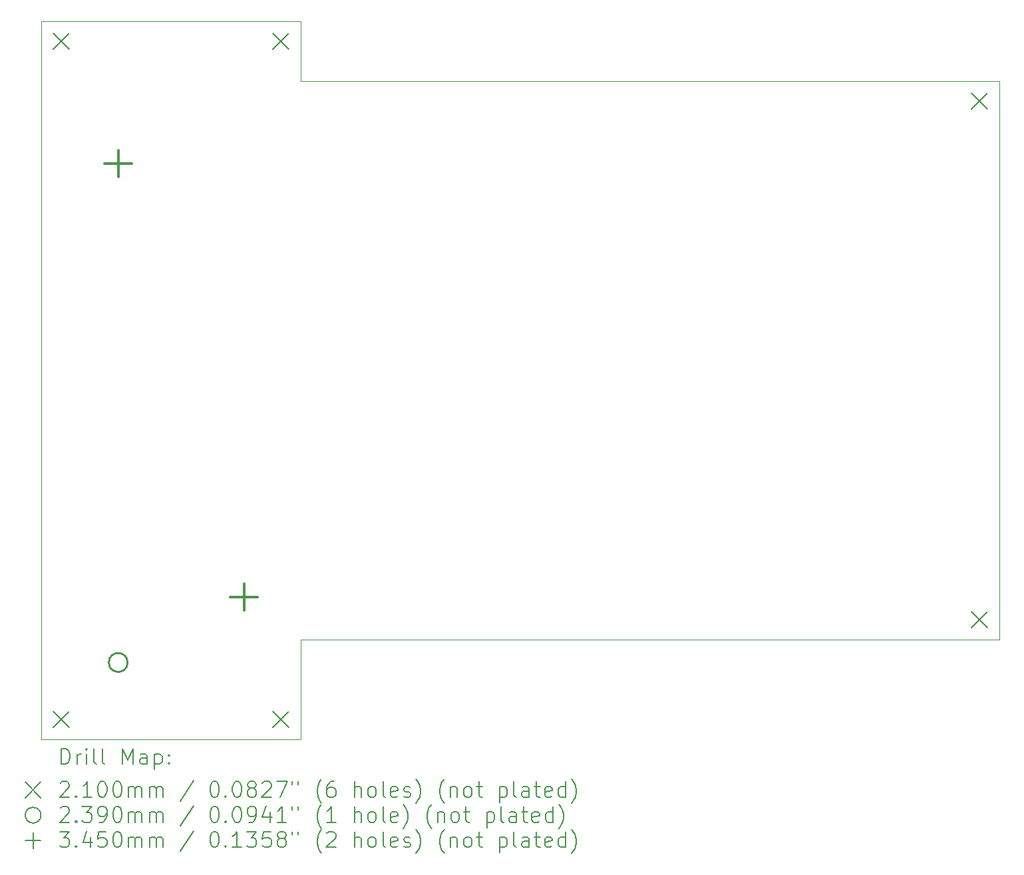
<source format=gbr>
%FSLAX45Y45*%
G04 Gerber Fmt 4.5, Leading zero omitted, Abs format (unit mm)*
G04 Created by KiCad (PCBNEW (6.0.1)) date 2022-04-11 21:49:43*
%MOMM*%
%LPD*%
G01*
G04 APERTURE LIST*
%TA.AperFunction,Profile*%
%ADD10C,0.100000*%
%TD*%
%ADD11C,0.200000*%
%ADD12C,0.210000*%
%ADD13C,0.239000*%
%ADD14C,0.345000*%
G04 APERTURE END LIST*
D10*
X18796000Y-13208000D02*
X9906000Y-13208000D01*
X9906000Y-14478000D02*
X6604000Y-14478000D01*
X6604000Y-5334000D02*
X9906000Y-5334000D01*
X9906000Y-13208000D02*
X9906000Y-14478000D01*
X18796000Y-6096000D02*
X18796000Y-6350000D01*
X9906000Y-5334000D02*
X9906000Y-6096000D01*
X9906000Y-6096000D02*
X18796000Y-6096000D01*
X6604000Y-14478000D02*
X6604000Y-5334000D01*
X18796000Y-6350000D02*
X18796000Y-13208000D01*
D11*
D12*
X6753000Y-5483000D02*
X6963000Y-5693000D01*
X6963000Y-5483000D02*
X6753000Y-5693000D01*
X6753000Y-14119000D02*
X6963000Y-14329000D01*
X6963000Y-14119000D02*
X6753000Y-14329000D01*
X9547000Y-5483000D02*
X9757000Y-5693000D01*
X9757000Y-5483000D02*
X9547000Y-5693000D01*
X9547000Y-14119000D02*
X9757000Y-14329000D01*
X9757000Y-14119000D02*
X9547000Y-14329000D01*
X18437000Y-6245000D02*
X18647000Y-6455000D01*
X18647000Y-6245000D02*
X18437000Y-6455000D01*
X18437000Y-12849000D02*
X18647000Y-13059000D01*
X18647000Y-12849000D02*
X18437000Y-13059000D01*
D13*
X7701500Y-13499000D02*
G75*
G03*
X7701500Y-13499000I-119500J0D01*
G01*
D14*
X7582000Y-6973500D02*
X7582000Y-7318500D01*
X7409500Y-7146000D02*
X7754500Y-7146000D01*
X9182000Y-12493500D02*
X9182000Y-12838500D01*
X9009500Y-12666000D02*
X9354500Y-12666000D01*
D11*
X6856619Y-14793476D02*
X6856619Y-14593476D01*
X6904238Y-14593476D01*
X6932809Y-14603000D01*
X6951857Y-14622048D01*
X6961381Y-14641095D01*
X6970905Y-14679190D01*
X6970905Y-14707762D01*
X6961381Y-14745857D01*
X6951857Y-14764905D01*
X6932809Y-14783952D01*
X6904238Y-14793476D01*
X6856619Y-14793476D01*
X7056619Y-14793476D02*
X7056619Y-14660143D01*
X7056619Y-14698238D02*
X7066143Y-14679190D01*
X7075667Y-14669667D01*
X7094714Y-14660143D01*
X7113762Y-14660143D01*
X7180428Y-14793476D02*
X7180428Y-14660143D01*
X7180428Y-14593476D02*
X7170905Y-14603000D01*
X7180428Y-14612524D01*
X7189952Y-14603000D01*
X7180428Y-14593476D01*
X7180428Y-14612524D01*
X7304238Y-14793476D02*
X7285190Y-14783952D01*
X7275667Y-14764905D01*
X7275667Y-14593476D01*
X7409000Y-14793476D02*
X7389952Y-14783952D01*
X7380428Y-14764905D01*
X7380428Y-14593476D01*
X7637571Y-14793476D02*
X7637571Y-14593476D01*
X7704238Y-14736333D01*
X7770905Y-14593476D01*
X7770905Y-14793476D01*
X7951857Y-14793476D02*
X7951857Y-14688714D01*
X7942333Y-14669667D01*
X7923286Y-14660143D01*
X7885190Y-14660143D01*
X7866143Y-14669667D01*
X7951857Y-14783952D02*
X7932809Y-14793476D01*
X7885190Y-14793476D01*
X7866143Y-14783952D01*
X7856619Y-14764905D01*
X7856619Y-14745857D01*
X7866143Y-14726809D01*
X7885190Y-14717286D01*
X7932809Y-14717286D01*
X7951857Y-14707762D01*
X8047095Y-14660143D02*
X8047095Y-14860143D01*
X8047095Y-14669667D02*
X8066143Y-14660143D01*
X8104238Y-14660143D01*
X8123286Y-14669667D01*
X8132809Y-14679190D01*
X8142333Y-14698238D01*
X8142333Y-14755381D01*
X8132809Y-14774428D01*
X8123286Y-14783952D01*
X8104238Y-14793476D01*
X8066143Y-14793476D01*
X8047095Y-14783952D01*
X8228048Y-14774428D02*
X8237571Y-14783952D01*
X8228048Y-14793476D01*
X8218524Y-14783952D01*
X8228048Y-14774428D01*
X8228048Y-14793476D01*
X8228048Y-14669667D02*
X8237571Y-14679190D01*
X8228048Y-14688714D01*
X8218524Y-14679190D01*
X8228048Y-14669667D01*
X8228048Y-14688714D01*
X6399000Y-15023000D02*
X6599000Y-15223000D01*
X6599000Y-15023000D02*
X6399000Y-15223000D01*
X6847095Y-15032524D02*
X6856619Y-15023000D01*
X6875667Y-15013476D01*
X6923286Y-15013476D01*
X6942333Y-15023000D01*
X6951857Y-15032524D01*
X6961381Y-15051571D01*
X6961381Y-15070619D01*
X6951857Y-15099190D01*
X6837571Y-15213476D01*
X6961381Y-15213476D01*
X7047095Y-15194428D02*
X7056619Y-15203952D01*
X7047095Y-15213476D01*
X7037571Y-15203952D01*
X7047095Y-15194428D01*
X7047095Y-15213476D01*
X7247095Y-15213476D02*
X7132809Y-15213476D01*
X7189952Y-15213476D02*
X7189952Y-15013476D01*
X7170905Y-15042048D01*
X7151857Y-15061095D01*
X7132809Y-15070619D01*
X7370905Y-15013476D02*
X7389952Y-15013476D01*
X7409000Y-15023000D01*
X7418524Y-15032524D01*
X7428048Y-15051571D01*
X7437571Y-15089667D01*
X7437571Y-15137286D01*
X7428048Y-15175381D01*
X7418524Y-15194428D01*
X7409000Y-15203952D01*
X7389952Y-15213476D01*
X7370905Y-15213476D01*
X7351857Y-15203952D01*
X7342333Y-15194428D01*
X7332809Y-15175381D01*
X7323286Y-15137286D01*
X7323286Y-15089667D01*
X7332809Y-15051571D01*
X7342333Y-15032524D01*
X7351857Y-15023000D01*
X7370905Y-15013476D01*
X7561381Y-15013476D02*
X7580428Y-15013476D01*
X7599476Y-15023000D01*
X7609000Y-15032524D01*
X7618524Y-15051571D01*
X7628048Y-15089667D01*
X7628048Y-15137286D01*
X7618524Y-15175381D01*
X7609000Y-15194428D01*
X7599476Y-15203952D01*
X7580428Y-15213476D01*
X7561381Y-15213476D01*
X7542333Y-15203952D01*
X7532809Y-15194428D01*
X7523286Y-15175381D01*
X7513762Y-15137286D01*
X7513762Y-15089667D01*
X7523286Y-15051571D01*
X7532809Y-15032524D01*
X7542333Y-15023000D01*
X7561381Y-15013476D01*
X7713762Y-15213476D02*
X7713762Y-15080143D01*
X7713762Y-15099190D02*
X7723286Y-15089667D01*
X7742333Y-15080143D01*
X7770905Y-15080143D01*
X7789952Y-15089667D01*
X7799476Y-15108714D01*
X7799476Y-15213476D01*
X7799476Y-15108714D02*
X7809000Y-15089667D01*
X7828048Y-15080143D01*
X7856619Y-15080143D01*
X7875667Y-15089667D01*
X7885190Y-15108714D01*
X7885190Y-15213476D01*
X7980428Y-15213476D02*
X7980428Y-15080143D01*
X7980428Y-15099190D02*
X7989952Y-15089667D01*
X8009000Y-15080143D01*
X8037571Y-15080143D01*
X8056619Y-15089667D01*
X8066143Y-15108714D01*
X8066143Y-15213476D01*
X8066143Y-15108714D02*
X8075667Y-15089667D01*
X8094714Y-15080143D01*
X8123286Y-15080143D01*
X8142333Y-15089667D01*
X8151857Y-15108714D01*
X8151857Y-15213476D01*
X8542333Y-15003952D02*
X8370905Y-15261095D01*
X8799476Y-15013476D02*
X8818524Y-15013476D01*
X8837571Y-15023000D01*
X8847095Y-15032524D01*
X8856619Y-15051571D01*
X8866143Y-15089667D01*
X8866143Y-15137286D01*
X8856619Y-15175381D01*
X8847095Y-15194428D01*
X8837571Y-15203952D01*
X8818524Y-15213476D01*
X8799476Y-15213476D01*
X8780429Y-15203952D01*
X8770905Y-15194428D01*
X8761381Y-15175381D01*
X8751857Y-15137286D01*
X8751857Y-15089667D01*
X8761381Y-15051571D01*
X8770905Y-15032524D01*
X8780429Y-15023000D01*
X8799476Y-15013476D01*
X8951857Y-15194428D02*
X8961381Y-15203952D01*
X8951857Y-15213476D01*
X8942333Y-15203952D01*
X8951857Y-15194428D01*
X8951857Y-15213476D01*
X9085190Y-15013476D02*
X9104238Y-15013476D01*
X9123286Y-15023000D01*
X9132810Y-15032524D01*
X9142333Y-15051571D01*
X9151857Y-15089667D01*
X9151857Y-15137286D01*
X9142333Y-15175381D01*
X9132810Y-15194428D01*
X9123286Y-15203952D01*
X9104238Y-15213476D01*
X9085190Y-15213476D01*
X9066143Y-15203952D01*
X9056619Y-15194428D01*
X9047095Y-15175381D01*
X9037571Y-15137286D01*
X9037571Y-15089667D01*
X9047095Y-15051571D01*
X9056619Y-15032524D01*
X9066143Y-15023000D01*
X9085190Y-15013476D01*
X9266143Y-15099190D02*
X9247095Y-15089667D01*
X9237571Y-15080143D01*
X9228048Y-15061095D01*
X9228048Y-15051571D01*
X9237571Y-15032524D01*
X9247095Y-15023000D01*
X9266143Y-15013476D01*
X9304238Y-15013476D01*
X9323286Y-15023000D01*
X9332810Y-15032524D01*
X9342333Y-15051571D01*
X9342333Y-15061095D01*
X9332810Y-15080143D01*
X9323286Y-15089667D01*
X9304238Y-15099190D01*
X9266143Y-15099190D01*
X9247095Y-15108714D01*
X9237571Y-15118238D01*
X9228048Y-15137286D01*
X9228048Y-15175381D01*
X9237571Y-15194428D01*
X9247095Y-15203952D01*
X9266143Y-15213476D01*
X9304238Y-15213476D01*
X9323286Y-15203952D01*
X9332810Y-15194428D01*
X9342333Y-15175381D01*
X9342333Y-15137286D01*
X9332810Y-15118238D01*
X9323286Y-15108714D01*
X9304238Y-15099190D01*
X9418524Y-15032524D02*
X9428048Y-15023000D01*
X9447095Y-15013476D01*
X9494714Y-15013476D01*
X9513762Y-15023000D01*
X9523286Y-15032524D01*
X9532810Y-15051571D01*
X9532810Y-15070619D01*
X9523286Y-15099190D01*
X9409000Y-15213476D01*
X9532810Y-15213476D01*
X9599476Y-15013476D02*
X9732810Y-15013476D01*
X9647095Y-15213476D01*
X9799476Y-15013476D02*
X9799476Y-15051571D01*
X9875667Y-15013476D02*
X9875667Y-15051571D01*
X10170905Y-15289667D02*
X10161381Y-15280143D01*
X10142333Y-15251571D01*
X10132810Y-15232524D01*
X10123286Y-15203952D01*
X10113762Y-15156333D01*
X10113762Y-15118238D01*
X10123286Y-15070619D01*
X10132810Y-15042048D01*
X10142333Y-15023000D01*
X10161381Y-14994428D01*
X10170905Y-14984905D01*
X10332810Y-15013476D02*
X10294714Y-15013476D01*
X10275667Y-15023000D01*
X10266143Y-15032524D01*
X10247095Y-15061095D01*
X10237571Y-15099190D01*
X10237571Y-15175381D01*
X10247095Y-15194428D01*
X10256619Y-15203952D01*
X10275667Y-15213476D01*
X10313762Y-15213476D01*
X10332810Y-15203952D01*
X10342333Y-15194428D01*
X10351857Y-15175381D01*
X10351857Y-15127762D01*
X10342333Y-15108714D01*
X10332810Y-15099190D01*
X10313762Y-15089667D01*
X10275667Y-15089667D01*
X10256619Y-15099190D01*
X10247095Y-15108714D01*
X10237571Y-15127762D01*
X10589952Y-15213476D02*
X10589952Y-15013476D01*
X10675667Y-15213476D02*
X10675667Y-15108714D01*
X10666143Y-15089667D01*
X10647095Y-15080143D01*
X10618524Y-15080143D01*
X10599476Y-15089667D01*
X10589952Y-15099190D01*
X10799476Y-15213476D02*
X10780429Y-15203952D01*
X10770905Y-15194428D01*
X10761381Y-15175381D01*
X10761381Y-15118238D01*
X10770905Y-15099190D01*
X10780429Y-15089667D01*
X10799476Y-15080143D01*
X10828048Y-15080143D01*
X10847095Y-15089667D01*
X10856619Y-15099190D01*
X10866143Y-15118238D01*
X10866143Y-15175381D01*
X10856619Y-15194428D01*
X10847095Y-15203952D01*
X10828048Y-15213476D01*
X10799476Y-15213476D01*
X10980429Y-15213476D02*
X10961381Y-15203952D01*
X10951857Y-15184905D01*
X10951857Y-15013476D01*
X11132810Y-15203952D02*
X11113762Y-15213476D01*
X11075667Y-15213476D01*
X11056619Y-15203952D01*
X11047095Y-15184905D01*
X11047095Y-15108714D01*
X11056619Y-15089667D01*
X11075667Y-15080143D01*
X11113762Y-15080143D01*
X11132810Y-15089667D01*
X11142333Y-15108714D01*
X11142333Y-15127762D01*
X11047095Y-15146809D01*
X11218524Y-15203952D02*
X11237571Y-15213476D01*
X11275667Y-15213476D01*
X11294714Y-15203952D01*
X11304238Y-15184905D01*
X11304238Y-15175381D01*
X11294714Y-15156333D01*
X11275667Y-15146809D01*
X11247095Y-15146809D01*
X11228048Y-15137286D01*
X11218524Y-15118238D01*
X11218524Y-15108714D01*
X11228048Y-15089667D01*
X11247095Y-15080143D01*
X11275667Y-15080143D01*
X11294714Y-15089667D01*
X11370905Y-15289667D02*
X11380428Y-15280143D01*
X11399476Y-15251571D01*
X11409000Y-15232524D01*
X11418524Y-15203952D01*
X11428048Y-15156333D01*
X11428048Y-15118238D01*
X11418524Y-15070619D01*
X11409000Y-15042048D01*
X11399476Y-15023000D01*
X11380428Y-14994428D01*
X11370905Y-14984905D01*
X11732809Y-15289667D02*
X11723286Y-15280143D01*
X11704238Y-15251571D01*
X11694714Y-15232524D01*
X11685190Y-15203952D01*
X11675667Y-15156333D01*
X11675667Y-15118238D01*
X11685190Y-15070619D01*
X11694714Y-15042048D01*
X11704238Y-15023000D01*
X11723286Y-14994428D01*
X11732809Y-14984905D01*
X11809000Y-15080143D02*
X11809000Y-15213476D01*
X11809000Y-15099190D02*
X11818524Y-15089667D01*
X11837571Y-15080143D01*
X11866143Y-15080143D01*
X11885190Y-15089667D01*
X11894714Y-15108714D01*
X11894714Y-15213476D01*
X12018524Y-15213476D02*
X11999476Y-15203952D01*
X11989952Y-15194428D01*
X11980428Y-15175381D01*
X11980428Y-15118238D01*
X11989952Y-15099190D01*
X11999476Y-15089667D01*
X12018524Y-15080143D01*
X12047095Y-15080143D01*
X12066143Y-15089667D01*
X12075667Y-15099190D01*
X12085190Y-15118238D01*
X12085190Y-15175381D01*
X12075667Y-15194428D01*
X12066143Y-15203952D01*
X12047095Y-15213476D01*
X12018524Y-15213476D01*
X12142333Y-15080143D02*
X12218524Y-15080143D01*
X12170905Y-15013476D02*
X12170905Y-15184905D01*
X12180428Y-15203952D01*
X12199476Y-15213476D01*
X12218524Y-15213476D01*
X12437571Y-15080143D02*
X12437571Y-15280143D01*
X12437571Y-15089667D02*
X12456619Y-15080143D01*
X12494714Y-15080143D01*
X12513762Y-15089667D01*
X12523286Y-15099190D01*
X12532809Y-15118238D01*
X12532809Y-15175381D01*
X12523286Y-15194428D01*
X12513762Y-15203952D01*
X12494714Y-15213476D01*
X12456619Y-15213476D01*
X12437571Y-15203952D01*
X12647095Y-15213476D02*
X12628048Y-15203952D01*
X12618524Y-15184905D01*
X12618524Y-15013476D01*
X12809000Y-15213476D02*
X12809000Y-15108714D01*
X12799476Y-15089667D01*
X12780428Y-15080143D01*
X12742333Y-15080143D01*
X12723286Y-15089667D01*
X12809000Y-15203952D02*
X12789952Y-15213476D01*
X12742333Y-15213476D01*
X12723286Y-15203952D01*
X12713762Y-15184905D01*
X12713762Y-15165857D01*
X12723286Y-15146809D01*
X12742333Y-15137286D01*
X12789952Y-15137286D01*
X12809000Y-15127762D01*
X12875667Y-15080143D02*
X12951857Y-15080143D01*
X12904238Y-15013476D02*
X12904238Y-15184905D01*
X12913762Y-15203952D01*
X12932809Y-15213476D01*
X12951857Y-15213476D01*
X13094714Y-15203952D02*
X13075667Y-15213476D01*
X13037571Y-15213476D01*
X13018524Y-15203952D01*
X13009000Y-15184905D01*
X13009000Y-15108714D01*
X13018524Y-15089667D01*
X13037571Y-15080143D01*
X13075667Y-15080143D01*
X13094714Y-15089667D01*
X13104238Y-15108714D01*
X13104238Y-15127762D01*
X13009000Y-15146809D01*
X13275667Y-15213476D02*
X13275667Y-15013476D01*
X13275667Y-15203952D02*
X13256619Y-15213476D01*
X13218524Y-15213476D01*
X13199476Y-15203952D01*
X13189952Y-15194428D01*
X13180428Y-15175381D01*
X13180428Y-15118238D01*
X13189952Y-15099190D01*
X13199476Y-15089667D01*
X13218524Y-15080143D01*
X13256619Y-15080143D01*
X13275667Y-15089667D01*
X13351857Y-15289667D02*
X13361381Y-15280143D01*
X13380428Y-15251571D01*
X13389952Y-15232524D01*
X13399476Y-15203952D01*
X13409000Y-15156333D01*
X13409000Y-15118238D01*
X13399476Y-15070619D01*
X13389952Y-15042048D01*
X13380428Y-15023000D01*
X13361381Y-14994428D01*
X13351857Y-14984905D01*
X6599000Y-15443000D02*
G75*
G03*
X6599000Y-15443000I-100000J0D01*
G01*
X6847095Y-15352524D02*
X6856619Y-15343000D01*
X6875667Y-15333476D01*
X6923286Y-15333476D01*
X6942333Y-15343000D01*
X6951857Y-15352524D01*
X6961381Y-15371571D01*
X6961381Y-15390619D01*
X6951857Y-15419190D01*
X6837571Y-15533476D01*
X6961381Y-15533476D01*
X7047095Y-15514428D02*
X7056619Y-15523952D01*
X7047095Y-15533476D01*
X7037571Y-15523952D01*
X7047095Y-15514428D01*
X7047095Y-15533476D01*
X7123286Y-15333476D02*
X7247095Y-15333476D01*
X7180428Y-15409667D01*
X7209000Y-15409667D01*
X7228048Y-15419190D01*
X7237571Y-15428714D01*
X7247095Y-15447762D01*
X7247095Y-15495381D01*
X7237571Y-15514428D01*
X7228048Y-15523952D01*
X7209000Y-15533476D01*
X7151857Y-15533476D01*
X7132809Y-15523952D01*
X7123286Y-15514428D01*
X7342333Y-15533476D02*
X7380428Y-15533476D01*
X7399476Y-15523952D01*
X7409000Y-15514428D01*
X7428048Y-15485857D01*
X7437571Y-15447762D01*
X7437571Y-15371571D01*
X7428048Y-15352524D01*
X7418524Y-15343000D01*
X7399476Y-15333476D01*
X7361381Y-15333476D01*
X7342333Y-15343000D01*
X7332809Y-15352524D01*
X7323286Y-15371571D01*
X7323286Y-15419190D01*
X7332809Y-15438238D01*
X7342333Y-15447762D01*
X7361381Y-15457286D01*
X7399476Y-15457286D01*
X7418524Y-15447762D01*
X7428048Y-15438238D01*
X7437571Y-15419190D01*
X7561381Y-15333476D02*
X7580428Y-15333476D01*
X7599476Y-15343000D01*
X7609000Y-15352524D01*
X7618524Y-15371571D01*
X7628048Y-15409667D01*
X7628048Y-15457286D01*
X7618524Y-15495381D01*
X7609000Y-15514428D01*
X7599476Y-15523952D01*
X7580428Y-15533476D01*
X7561381Y-15533476D01*
X7542333Y-15523952D01*
X7532809Y-15514428D01*
X7523286Y-15495381D01*
X7513762Y-15457286D01*
X7513762Y-15409667D01*
X7523286Y-15371571D01*
X7532809Y-15352524D01*
X7542333Y-15343000D01*
X7561381Y-15333476D01*
X7713762Y-15533476D02*
X7713762Y-15400143D01*
X7713762Y-15419190D02*
X7723286Y-15409667D01*
X7742333Y-15400143D01*
X7770905Y-15400143D01*
X7789952Y-15409667D01*
X7799476Y-15428714D01*
X7799476Y-15533476D01*
X7799476Y-15428714D02*
X7809000Y-15409667D01*
X7828048Y-15400143D01*
X7856619Y-15400143D01*
X7875667Y-15409667D01*
X7885190Y-15428714D01*
X7885190Y-15533476D01*
X7980428Y-15533476D02*
X7980428Y-15400143D01*
X7980428Y-15419190D02*
X7989952Y-15409667D01*
X8009000Y-15400143D01*
X8037571Y-15400143D01*
X8056619Y-15409667D01*
X8066143Y-15428714D01*
X8066143Y-15533476D01*
X8066143Y-15428714D02*
X8075667Y-15409667D01*
X8094714Y-15400143D01*
X8123286Y-15400143D01*
X8142333Y-15409667D01*
X8151857Y-15428714D01*
X8151857Y-15533476D01*
X8542333Y-15323952D02*
X8370905Y-15581095D01*
X8799476Y-15333476D02*
X8818524Y-15333476D01*
X8837571Y-15343000D01*
X8847095Y-15352524D01*
X8856619Y-15371571D01*
X8866143Y-15409667D01*
X8866143Y-15457286D01*
X8856619Y-15495381D01*
X8847095Y-15514428D01*
X8837571Y-15523952D01*
X8818524Y-15533476D01*
X8799476Y-15533476D01*
X8780429Y-15523952D01*
X8770905Y-15514428D01*
X8761381Y-15495381D01*
X8751857Y-15457286D01*
X8751857Y-15409667D01*
X8761381Y-15371571D01*
X8770905Y-15352524D01*
X8780429Y-15343000D01*
X8799476Y-15333476D01*
X8951857Y-15514428D02*
X8961381Y-15523952D01*
X8951857Y-15533476D01*
X8942333Y-15523952D01*
X8951857Y-15514428D01*
X8951857Y-15533476D01*
X9085190Y-15333476D02*
X9104238Y-15333476D01*
X9123286Y-15343000D01*
X9132810Y-15352524D01*
X9142333Y-15371571D01*
X9151857Y-15409667D01*
X9151857Y-15457286D01*
X9142333Y-15495381D01*
X9132810Y-15514428D01*
X9123286Y-15523952D01*
X9104238Y-15533476D01*
X9085190Y-15533476D01*
X9066143Y-15523952D01*
X9056619Y-15514428D01*
X9047095Y-15495381D01*
X9037571Y-15457286D01*
X9037571Y-15409667D01*
X9047095Y-15371571D01*
X9056619Y-15352524D01*
X9066143Y-15343000D01*
X9085190Y-15333476D01*
X9247095Y-15533476D02*
X9285190Y-15533476D01*
X9304238Y-15523952D01*
X9313762Y-15514428D01*
X9332810Y-15485857D01*
X9342333Y-15447762D01*
X9342333Y-15371571D01*
X9332810Y-15352524D01*
X9323286Y-15343000D01*
X9304238Y-15333476D01*
X9266143Y-15333476D01*
X9247095Y-15343000D01*
X9237571Y-15352524D01*
X9228048Y-15371571D01*
X9228048Y-15419190D01*
X9237571Y-15438238D01*
X9247095Y-15447762D01*
X9266143Y-15457286D01*
X9304238Y-15457286D01*
X9323286Y-15447762D01*
X9332810Y-15438238D01*
X9342333Y-15419190D01*
X9513762Y-15400143D02*
X9513762Y-15533476D01*
X9466143Y-15323952D02*
X9418524Y-15466809D01*
X9542333Y-15466809D01*
X9723286Y-15533476D02*
X9609000Y-15533476D01*
X9666143Y-15533476D02*
X9666143Y-15333476D01*
X9647095Y-15362048D01*
X9628048Y-15381095D01*
X9609000Y-15390619D01*
X9799476Y-15333476D02*
X9799476Y-15371571D01*
X9875667Y-15333476D02*
X9875667Y-15371571D01*
X10170905Y-15609667D02*
X10161381Y-15600143D01*
X10142333Y-15571571D01*
X10132810Y-15552524D01*
X10123286Y-15523952D01*
X10113762Y-15476333D01*
X10113762Y-15438238D01*
X10123286Y-15390619D01*
X10132810Y-15362048D01*
X10142333Y-15343000D01*
X10161381Y-15314428D01*
X10170905Y-15304905D01*
X10351857Y-15533476D02*
X10237571Y-15533476D01*
X10294714Y-15533476D02*
X10294714Y-15333476D01*
X10275667Y-15362048D01*
X10256619Y-15381095D01*
X10237571Y-15390619D01*
X10589952Y-15533476D02*
X10589952Y-15333476D01*
X10675667Y-15533476D02*
X10675667Y-15428714D01*
X10666143Y-15409667D01*
X10647095Y-15400143D01*
X10618524Y-15400143D01*
X10599476Y-15409667D01*
X10589952Y-15419190D01*
X10799476Y-15533476D02*
X10780429Y-15523952D01*
X10770905Y-15514428D01*
X10761381Y-15495381D01*
X10761381Y-15438238D01*
X10770905Y-15419190D01*
X10780429Y-15409667D01*
X10799476Y-15400143D01*
X10828048Y-15400143D01*
X10847095Y-15409667D01*
X10856619Y-15419190D01*
X10866143Y-15438238D01*
X10866143Y-15495381D01*
X10856619Y-15514428D01*
X10847095Y-15523952D01*
X10828048Y-15533476D01*
X10799476Y-15533476D01*
X10980429Y-15533476D02*
X10961381Y-15523952D01*
X10951857Y-15504905D01*
X10951857Y-15333476D01*
X11132810Y-15523952D02*
X11113762Y-15533476D01*
X11075667Y-15533476D01*
X11056619Y-15523952D01*
X11047095Y-15504905D01*
X11047095Y-15428714D01*
X11056619Y-15409667D01*
X11075667Y-15400143D01*
X11113762Y-15400143D01*
X11132810Y-15409667D01*
X11142333Y-15428714D01*
X11142333Y-15447762D01*
X11047095Y-15466809D01*
X11209000Y-15609667D02*
X11218524Y-15600143D01*
X11237571Y-15571571D01*
X11247095Y-15552524D01*
X11256619Y-15523952D01*
X11266143Y-15476333D01*
X11266143Y-15438238D01*
X11256619Y-15390619D01*
X11247095Y-15362048D01*
X11237571Y-15343000D01*
X11218524Y-15314428D01*
X11209000Y-15304905D01*
X11570905Y-15609667D02*
X11561381Y-15600143D01*
X11542333Y-15571571D01*
X11532809Y-15552524D01*
X11523286Y-15523952D01*
X11513762Y-15476333D01*
X11513762Y-15438238D01*
X11523286Y-15390619D01*
X11532809Y-15362048D01*
X11542333Y-15343000D01*
X11561381Y-15314428D01*
X11570905Y-15304905D01*
X11647095Y-15400143D02*
X11647095Y-15533476D01*
X11647095Y-15419190D02*
X11656619Y-15409667D01*
X11675667Y-15400143D01*
X11704238Y-15400143D01*
X11723286Y-15409667D01*
X11732809Y-15428714D01*
X11732809Y-15533476D01*
X11856619Y-15533476D02*
X11837571Y-15523952D01*
X11828048Y-15514428D01*
X11818524Y-15495381D01*
X11818524Y-15438238D01*
X11828048Y-15419190D01*
X11837571Y-15409667D01*
X11856619Y-15400143D01*
X11885190Y-15400143D01*
X11904238Y-15409667D01*
X11913762Y-15419190D01*
X11923286Y-15438238D01*
X11923286Y-15495381D01*
X11913762Y-15514428D01*
X11904238Y-15523952D01*
X11885190Y-15533476D01*
X11856619Y-15533476D01*
X11980428Y-15400143D02*
X12056619Y-15400143D01*
X12009000Y-15333476D02*
X12009000Y-15504905D01*
X12018524Y-15523952D01*
X12037571Y-15533476D01*
X12056619Y-15533476D01*
X12275667Y-15400143D02*
X12275667Y-15600143D01*
X12275667Y-15409667D02*
X12294714Y-15400143D01*
X12332809Y-15400143D01*
X12351857Y-15409667D01*
X12361381Y-15419190D01*
X12370905Y-15438238D01*
X12370905Y-15495381D01*
X12361381Y-15514428D01*
X12351857Y-15523952D01*
X12332809Y-15533476D01*
X12294714Y-15533476D01*
X12275667Y-15523952D01*
X12485190Y-15533476D02*
X12466143Y-15523952D01*
X12456619Y-15504905D01*
X12456619Y-15333476D01*
X12647095Y-15533476D02*
X12647095Y-15428714D01*
X12637571Y-15409667D01*
X12618524Y-15400143D01*
X12580428Y-15400143D01*
X12561381Y-15409667D01*
X12647095Y-15523952D02*
X12628048Y-15533476D01*
X12580428Y-15533476D01*
X12561381Y-15523952D01*
X12551857Y-15504905D01*
X12551857Y-15485857D01*
X12561381Y-15466809D01*
X12580428Y-15457286D01*
X12628048Y-15457286D01*
X12647095Y-15447762D01*
X12713762Y-15400143D02*
X12789952Y-15400143D01*
X12742333Y-15333476D02*
X12742333Y-15504905D01*
X12751857Y-15523952D01*
X12770905Y-15533476D01*
X12789952Y-15533476D01*
X12932809Y-15523952D02*
X12913762Y-15533476D01*
X12875667Y-15533476D01*
X12856619Y-15523952D01*
X12847095Y-15504905D01*
X12847095Y-15428714D01*
X12856619Y-15409667D01*
X12875667Y-15400143D01*
X12913762Y-15400143D01*
X12932809Y-15409667D01*
X12942333Y-15428714D01*
X12942333Y-15447762D01*
X12847095Y-15466809D01*
X13113762Y-15533476D02*
X13113762Y-15333476D01*
X13113762Y-15523952D02*
X13094714Y-15533476D01*
X13056619Y-15533476D01*
X13037571Y-15523952D01*
X13028048Y-15514428D01*
X13018524Y-15495381D01*
X13018524Y-15438238D01*
X13028048Y-15419190D01*
X13037571Y-15409667D01*
X13056619Y-15400143D01*
X13094714Y-15400143D01*
X13113762Y-15409667D01*
X13189952Y-15609667D02*
X13199476Y-15600143D01*
X13218524Y-15571571D01*
X13228048Y-15552524D01*
X13237571Y-15523952D01*
X13247095Y-15476333D01*
X13247095Y-15438238D01*
X13237571Y-15390619D01*
X13228048Y-15362048D01*
X13218524Y-15343000D01*
X13199476Y-15314428D01*
X13189952Y-15304905D01*
X6499000Y-15663000D02*
X6499000Y-15863000D01*
X6399000Y-15763000D02*
X6599000Y-15763000D01*
X6837571Y-15653476D02*
X6961381Y-15653476D01*
X6894714Y-15729667D01*
X6923286Y-15729667D01*
X6942333Y-15739190D01*
X6951857Y-15748714D01*
X6961381Y-15767762D01*
X6961381Y-15815381D01*
X6951857Y-15834428D01*
X6942333Y-15843952D01*
X6923286Y-15853476D01*
X6866143Y-15853476D01*
X6847095Y-15843952D01*
X6837571Y-15834428D01*
X7047095Y-15834428D02*
X7056619Y-15843952D01*
X7047095Y-15853476D01*
X7037571Y-15843952D01*
X7047095Y-15834428D01*
X7047095Y-15853476D01*
X7228048Y-15720143D02*
X7228048Y-15853476D01*
X7180428Y-15643952D02*
X7132809Y-15786809D01*
X7256619Y-15786809D01*
X7428048Y-15653476D02*
X7332809Y-15653476D01*
X7323286Y-15748714D01*
X7332809Y-15739190D01*
X7351857Y-15729667D01*
X7399476Y-15729667D01*
X7418524Y-15739190D01*
X7428048Y-15748714D01*
X7437571Y-15767762D01*
X7437571Y-15815381D01*
X7428048Y-15834428D01*
X7418524Y-15843952D01*
X7399476Y-15853476D01*
X7351857Y-15853476D01*
X7332809Y-15843952D01*
X7323286Y-15834428D01*
X7561381Y-15653476D02*
X7580428Y-15653476D01*
X7599476Y-15663000D01*
X7609000Y-15672524D01*
X7618524Y-15691571D01*
X7628048Y-15729667D01*
X7628048Y-15777286D01*
X7618524Y-15815381D01*
X7609000Y-15834428D01*
X7599476Y-15843952D01*
X7580428Y-15853476D01*
X7561381Y-15853476D01*
X7542333Y-15843952D01*
X7532809Y-15834428D01*
X7523286Y-15815381D01*
X7513762Y-15777286D01*
X7513762Y-15729667D01*
X7523286Y-15691571D01*
X7532809Y-15672524D01*
X7542333Y-15663000D01*
X7561381Y-15653476D01*
X7713762Y-15853476D02*
X7713762Y-15720143D01*
X7713762Y-15739190D02*
X7723286Y-15729667D01*
X7742333Y-15720143D01*
X7770905Y-15720143D01*
X7789952Y-15729667D01*
X7799476Y-15748714D01*
X7799476Y-15853476D01*
X7799476Y-15748714D02*
X7809000Y-15729667D01*
X7828048Y-15720143D01*
X7856619Y-15720143D01*
X7875667Y-15729667D01*
X7885190Y-15748714D01*
X7885190Y-15853476D01*
X7980428Y-15853476D02*
X7980428Y-15720143D01*
X7980428Y-15739190D02*
X7989952Y-15729667D01*
X8009000Y-15720143D01*
X8037571Y-15720143D01*
X8056619Y-15729667D01*
X8066143Y-15748714D01*
X8066143Y-15853476D01*
X8066143Y-15748714D02*
X8075667Y-15729667D01*
X8094714Y-15720143D01*
X8123286Y-15720143D01*
X8142333Y-15729667D01*
X8151857Y-15748714D01*
X8151857Y-15853476D01*
X8542333Y-15643952D02*
X8370905Y-15901095D01*
X8799476Y-15653476D02*
X8818524Y-15653476D01*
X8837571Y-15663000D01*
X8847095Y-15672524D01*
X8856619Y-15691571D01*
X8866143Y-15729667D01*
X8866143Y-15777286D01*
X8856619Y-15815381D01*
X8847095Y-15834428D01*
X8837571Y-15843952D01*
X8818524Y-15853476D01*
X8799476Y-15853476D01*
X8780429Y-15843952D01*
X8770905Y-15834428D01*
X8761381Y-15815381D01*
X8751857Y-15777286D01*
X8751857Y-15729667D01*
X8761381Y-15691571D01*
X8770905Y-15672524D01*
X8780429Y-15663000D01*
X8799476Y-15653476D01*
X8951857Y-15834428D02*
X8961381Y-15843952D01*
X8951857Y-15853476D01*
X8942333Y-15843952D01*
X8951857Y-15834428D01*
X8951857Y-15853476D01*
X9151857Y-15853476D02*
X9037571Y-15853476D01*
X9094714Y-15853476D02*
X9094714Y-15653476D01*
X9075667Y-15682048D01*
X9056619Y-15701095D01*
X9037571Y-15710619D01*
X9218524Y-15653476D02*
X9342333Y-15653476D01*
X9275667Y-15729667D01*
X9304238Y-15729667D01*
X9323286Y-15739190D01*
X9332810Y-15748714D01*
X9342333Y-15767762D01*
X9342333Y-15815381D01*
X9332810Y-15834428D01*
X9323286Y-15843952D01*
X9304238Y-15853476D01*
X9247095Y-15853476D01*
X9228048Y-15843952D01*
X9218524Y-15834428D01*
X9523286Y-15653476D02*
X9428048Y-15653476D01*
X9418524Y-15748714D01*
X9428048Y-15739190D01*
X9447095Y-15729667D01*
X9494714Y-15729667D01*
X9513762Y-15739190D01*
X9523286Y-15748714D01*
X9532810Y-15767762D01*
X9532810Y-15815381D01*
X9523286Y-15834428D01*
X9513762Y-15843952D01*
X9494714Y-15853476D01*
X9447095Y-15853476D01*
X9428048Y-15843952D01*
X9418524Y-15834428D01*
X9647095Y-15739190D02*
X9628048Y-15729667D01*
X9618524Y-15720143D01*
X9609000Y-15701095D01*
X9609000Y-15691571D01*
X9618524Y-15672524D01*
X9628048Y-15663000D01*
X9647095Y-15653476D01*
X9685190Y-15653476D01*
X9704238Y-15663000D01*
X9713762Y-15672524D01*
X9723286Y-15691571D01*
X9723286Y-15701095D01*
X9713762Y-15720143D01*
X9704238Y-15729667D01*
X9685190Y-15739190D01*
X9647095Y-15739190D01*
X9628048Y-15748714D01*
X9618524Y-15758238D01*
X9609000Y-15777286D01*
X9609000Y-15815381D01*
X9618524Y-15834428D01*
X9628048Y-15843952D01*
X9647095Y-15853476D01*
X9685190Y-15853476D01*
X9704238Y-15843952D01*
X9713762Y-15834428D01*
X9723286Y-15815381D01*
X9723286Y-15777286D01*
X9713762Y-15758238D01*
X9704238Y-15748714D01*
X9685190Y-15739190D01*
X9799476Y-15653476D02*
X9799476Y-15691571D01*
X9875667Y-15653476D02*
X9875667Y-15691571D01*
X10170905Y-15929667D02*
X10161381Y-15920143D01*
X10142333Y-15891571D01*
X10132810Y-15872524D01*
X10123286Y-15843952D01*
X10113762Y-15796333D01*
X10113762Y-15758238D01*
X10123286Y-15710619D01*
X10132810Y-15682048D01*
X10142333Y-15663000D01*
X10161381Y-15634428D01*
X10170905Y-15624905D01*
X10237571Y-15672524D02*
X10247095Y-15663000D01*
X10266143Y-15653476D01*
X10313762Y-15653476D01*
X10332810Y-15663000D01*
X10342333Y-15672524D01*
X10351857Y-15691571D01*
X10351857Y-15710619D01*
X10342333Y-15739190D01*
X10228048Y-15853476D01*
X10351857Y-15853476D01*
X10589952Y-15853476D02*
X10589952Y-15653476D01*
X10675667Y-15853476D02*
X10675667Y-15748714D01*
X10666143Y-15729667D01*
X10647095Y-15720143D01*
X10618524Y-15720143D01*
X10599476Y-15729667D01*
X10589952Y-15739190D01*
X10799476Y-15853476D02*
X10780429Y-15843952D01*
X10770905Y-15834428D01*
X10761381Y-15815381D01*
X10761381Y-15758238D01*
X10770905Y-15739190D01*
X10780429Y-15729667D01*
X10799476Y-15720143D01*
X10828048Y-15720143D01*
X10847095Y-15729667D01*
X10856619Y-15739190D01*
X10866143Y-15758238D01*
X10866143Y-15815381D01*
X10856619Y-15834428D01*
X10847095Y-15843952D01*
X10828048Y-15853476D01*
X10799476Y-15853476D01*
X10980429Y-15853476D02*
X10961381Y-15843952D01*
X10951857Y-15824905D01*
X10951857Y-15653476D01*
X11132810Y-15843952D02*
X11113762Y-15853476D01*
X11075667Y-15853476D01*
X11056619Y-15843952D01*
X11047095Y-15824905D01*
X11047095Y-15748714D01*
X11056619Y-15729667D01*
X11075667Y-15720143D01*
X11113762Y-15720143D01*
X11132810Y-15729667D01*
X11142333Y-15748714D01*
X11142333Y-15767762D01*
X11047095Y-15786809D01*
X11218524Y-15843952D02*
X11237571Y-15853476D01*
X11275667Y-15853476D01*
X11294714Y-15843952D01*
X11304238Y-15824905D01*
X11304238Y-15815381D01*
X11294714Y-15796333D01*
X11275667Y-15786809D01*
X11247095Y-15786809D01*
X11228048Y-15777286D01*
X11218524Y-15758238D01*
X11218524Y-15748714D01*
X11228048Y-15729667D01*
X11247095Y-15720143D01*
X11275667Y-15720143D01*
X11294714Y-15729667D01*
X11370905Y-15929667D02*
X11380428Y-15920143D01*
X11399476Y-15891571D01*
X11409000Y-15872524D01*
X11418524Y-15843952D01*
X11428048Y-15796333D01*
X11428048Y-15758238D01*
X11418524Y-15710619D01*
X11409000Y-15682048D01*
X11399476Y-15663000D01*
X11380428Y-15634428D01*
X11370905Y-15624905D01*
X11732809Y-15929667D02*
X11723286Y-15920143D01*
X11704238Y-15891571D01*
X11694714Y-15872524D01*
X11685190Y-15843952D01*
X11675667Y-15796333D01*
X11675667Y-15758238D01*
X11685190Y-15710619D01*
X11694714Y-15682048D01*
X11704238Y-15663000D01*
X11723286Y-15634428D01*
X11732809Y-15624905D01*
X11809000Y-15720143D02*
X11809000Y-15853476D01*
X11809000Y-15739190D02*
X11818524Y-15729667D01*
X11837571Y-15720143D01*
X11866143Y-15720143D01*
X11885190Y-15729667D01*
X11894714Y-15748714D01*
X11894714Y-15853476D01*
X12018524Y-15853476D02*
X11999476Y-15843952D01*
X11989952Y-15834428D01*
X11980428Y-15815381D01*
X11980428Y-15758238D01*
X11989952Y-15739190D01*
X11999476Y-15729667D01*
X12018524Y-15720143D01*
X12047095Y-15720143D01*
X12066143Y-15729667D01*
X12075667Y-15739190D01*
X12085190Y-15758238D01*
X12085190Y-15815381D01*
X12075667Y-15834428D01*
X12066143Y-15843952D01*
X12047095Y-15853476D01*
X12018524Y-15853476D01*
X12142333Y-15720143D02*
X12218524Y-15720143D01*
X12170905Y-15653476D02*
X12170905Y-15824905D01*
X12180428Y-15843952D01*
X12199476Y-15853476D01*
X12218524Y-15853476D01*
X12437571Y-15720143D02*
X12437571Y-15920143D01*
X12437571Y-15729667D02*
X12456619Y-15720143D01*
X12494714Y-15720143D01*
X12513762Y-15729667D01*
X12523286Y-15739190D01*
X12532809Y-15758238D01*
X12532809Y-15815381D01*
X12523286Y-15834428D01*
X12513762Y-15843952D01*
X12494714Y-15853476D01*
X12456619Y-15853476D01*
X12437571Y-15843952D01*
X12647095Y-15853476D02*
X12628048Y-15843952D01*
X12618524Y-15824905D01*
X12618524Y-15653476D01*
X12809000Y-15853476D02*
X12809000Y-15748714D01*
X12799476Y-15729667D01*
X12780428Y-15720143D01*
X12742333Y-15720143D01*
X12723286Y-15729667D01*
X12809000Y-15843952D02*
X12789952Y-15853476D01*
X12742333Y-15853476D01*
X12723286Y-15843952D01*
X12713762Y-15824905D01*
X12713762Y-15805857D01*
X12723286Y-15786809D01*
X12742333Y-15777286D01*
X12789952Y-15777286D01*
X12809000Y-15767762D01*
X12875667Y-15720143D02*
X12951857Y-15720143D01*
X12904238Y-15653476D02*
X12904238Y-15824905D01*
X12913762Y-15843952D01*
X12932809Y-15853476D01*
X12951857Y-15853476D01*
X13094714Y-15843952D02*
X13075667Y-15853476D01*
X13037571Y-15853476D01*
X13018524Y-15843952D01*
X13009000Y-15824905D01*
X13009000Y-15748714D01*
X13018524Y-15729667D01*
X13037571Y-15720143D01*
X13075667Y-15720143D01*
X13094714Y-15729667D01*
X13104238Y-15748714D01*
X13104238Y-15767762D01*
X13009000Y-15786809D01*
X13275667Y-15853476D02*
X13275667Y-15653476D01*
X13275667Y-15843952D02*
X13256619Y-15853476D01*
X13218524Y-15853476D01*
X13199476Y-15843952D01*
X13189952Y-15834428D01*
X13180428Y-15815381D01*
X13180428Y-15758238D01*
X13189952Y-15739190D01*
X13199476Y-15729667D01*
X13218524Y-15720143D01*
X13256619Y-15720143D01*
X13275667Y-15729667D01*
X13351857Y-15929667D02*
X13361381Y-15920143D01*
X13380428Y-15891571D01*
X13389952Y-15872524D01*
X13399476Y-15843952D01*
X13409000Y-15796333D01*
X13409000Y-15758238D01*
X13399476Y-15710619D01*
X13389952Y-15682048D01*
X13380428Y-15663000D01*
X13361381Y-15634428D01*
X13351857Y-15624905D01*
M02*

</source>
